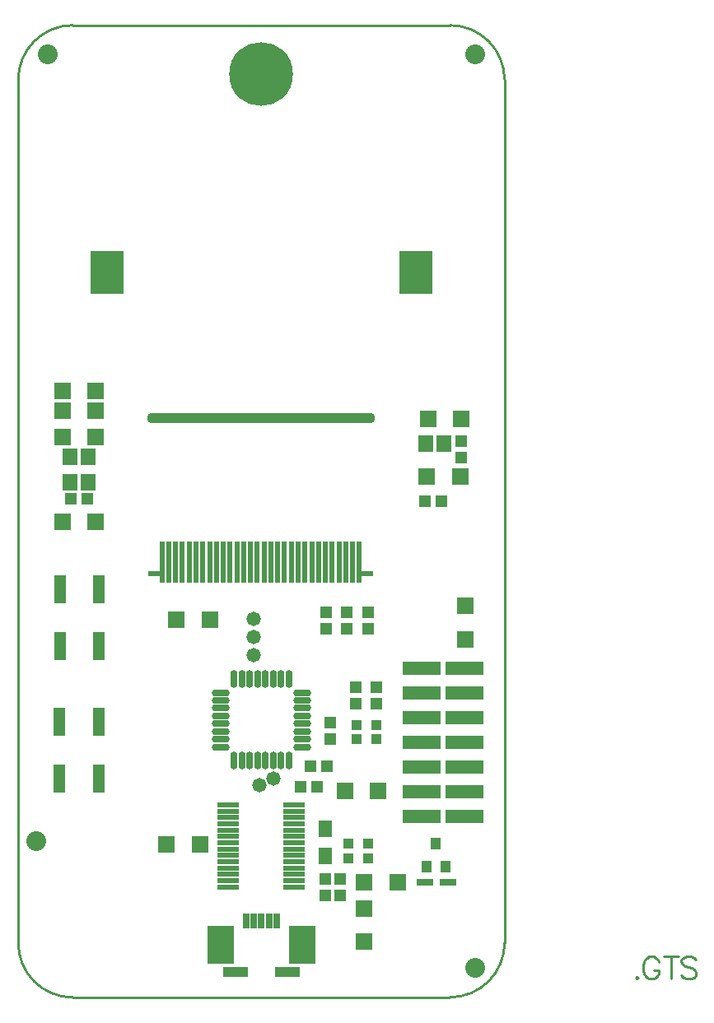
<source format=gts>
%FSLAX24Y24*%
%MOIN*%
G70*
G01*
G75*
G04 Layer_Color=8388736*
%ADD10R,0.0157X0.1575*%
%ADD11R,0.0600X0.0600*%
%ADD12C,0.0500*%
%ADD13R,0.0394X0.1102*%
%ADD14R,0.0600X0.0600*%
%ADD15R,0.1260X0.1654*%
%ADD16R,0.0433X0.0394*%
%ADD17R,0.0394X0.0433*%
%ADD18R,0.0500X0.0600*%
%ADD19R,0.0512X0.0591*%
%ADD20R,0.0315X0.0315*%
%ADD21R,0.0571X0.0217*%
%ADD22R,0.0197X0.0551*%
%ADD23R,0.0984X0.1496*%
%ADD24R,0.0925X0.0315*%
%ADD25R,0.1449X0.0500*%
%ADD26R,0.1449X0.0500*%
%ADD27R,0.0354X0.0374*%
%ADD28O,0.0217X0.0650*%
%ADD29O,0.0650X0.0217*%
%ADD30R,0.0807X0.0157*%
%ADD31C,0.0400*%
%ADD32C,0.0100*%
%ADD33C,0.0160*%
%ADD34C,0.0140*%
%ADD35C,0.0200*%
%ADD36C,0.0080*%
%ADD37C,0.0120*%
%ADD38C,0.0500*%
%ADD39C,0.0180*%
%ADD40C,0.0150*%
%ADD41C,0.0090*%
%ADD42R,0.0453X0.0157*%
G04:AMPARAMS|DCode=43|XSize=910mil|YSize=30mil|CornerRadius=7.5mil|HoleSize=0mil|Usage=FLASHONLY|Rotation=0.000|XOffset=0mil|YOffset=0mil|HoleType=Round|Shape=RoundedRectangle|*
%AMROUNDEDRECTD43*
21,1,0.9100,0.0150,0,0,0.0*
21,1,0.8950,0.0300,0,0,0.0*
1,1,0.0150,0.4475,-0.0075*
1,1,0.0150,-0.4475,-0.0075*
1,1,0.0150,-0.4475,0.0075*
1,1,0.0150,0.4475,0.0075*
%
%ADD43ROUNDEDRECTD43*%
%ADD44C,0.2500*%
%ADD45R,0.0236X0.1654*%
%ADD46R,0.0492X0.0236*%
%ADD47R,0.0236X0.1654*%
%ADD48R,0.0237X0.1655*%
%ADD49R,0.0680X0.0680*%
%ADD50C,0.0580*%
%ADD51R,0.0474X0.1182*%
%ADD52R,0.0680X0.0680*%
%ADD53R,0.1340X0.1734*%
%ADD54R,0.0513X0.0474*%
%ADD55R,0.0474X0.0513*%
%ADD56R,0.0580X0.0680*%
%ADD57R,0.0592X0.0671*%
%ADD58R,0.0395X0.0395*%
%ADD59R,0.0651X0.0297*%
%ADD60R,0.0277X0.0631*%
%ADD61R,0.1064X0.1576*%
%ADD62R,0.1005X0.0395*%
%ADD63R,0.1529X0.0580*%
%ADD64R,0.1529X0.0580*%
%ADD65R,0.0434X0.0454*%
%ADD66O,0.0297X0.0730*%
%ADD67O,0.0730X0.0297*%
%ADD68R,0.0887X0.0237*%
%ADD69C,0.0800*%
G04:AMPARAMS|DCode=70|XSize=918mil|YSize=38mil|CornerRadius=11.5mil|HoleSize=0mil|Usage=FLASHONLY|Rotation=0.000|XOffset=0mil|YOffset=0mil|HoleType=Round|Shape=RoundedRectangle|*
%AMROUNDEDRECTD70*
21,1,0.9180,0.0150,0,0,0.0*
21,1,0.8950,0.0380,0,0,0.0*
1,1,0.0230,0.4475,-0.0075*
1,1,0.0230,-0.4475,-0.0075*
1,1,0.0230,-0.4475,0.0075*
1,1,0.0230,0.4475,0.0075*
%
%ADD70ROUNDEDRECTD70*%
%ADD71C,0.2580*%
D32*
X-0Y2202D02*
G03*
X2204Y-2I2205J0D01*
G01*
X17480Y3D02*
G03*
X19685Y2208I-0J2205D01*
G01*
Y37165D02*
G03*
X17480Y39370I-2205J-0D01*
G01*
X2205Y39370D02*
G03*
X0Y37165I0J-2205D01*
G01*
X19685Y2208D02*
Y37165D01*
X0Y2202D02*
Y37165D01*
X2205Y39370D02*
X17480D01*
X2202Y0D02*
X17477D01*
D41*
X25043Y835D02*
X25000Y792D01*
X25043Y749D01*
X25086Y792D01*
X25043Y835D01*
X25926Y1435D02*
X25883Y1520D01*
X25797Y1606D01*
X25712Y1649D01*
X25540D01*
X25455Y1606D01*
X25369Y1520D01*
X25326Y1435D01*
X25283Y1306D01*
Y1092D01*
X25326Y963D01*
X25369Y878D01*
X25455Y792D01*
X25540Y749D01*
X25712D01*
X25797Y792D01*
X25883Y878D01*
X25926Y963D01*
Y1092D01*
X25712D02*
X25926D01*
X26432Y1649D02*
Y749D01*
X26132Y1649D02*
X26731D01*
X27438Y1520D02*
X27353Y1606D01*
X27224Y1649D01*
X27053D01*
X26924Y1606D01*
X26839Y1520D01*
Y1435D01*
X26881Y1349D01*
X26924Y1306D01*
X27010Y1263D01*
X27267Y1178D01*
X27353Y1135D01*
X27396Y1092D01*
X27438Y1006D01*
Y878D01*
X27353Y792D01*
X27224Y749D01*
X27053D01*
X26924Y792D01*
X26839Y878D01*
D45*
X5817Y17628D02*
D03*
D46*
X5492Y17156D02*
D03*
X14134D02*
D03*
D47*
X13809Y17628D02*
D03*
D48*
X13533D02*
D03*
X13258D02*
D03*
X12982D02*
D03*
X12707D02*
D03*
X12431D02*
D03*
X12156D02*
D03*
X11880D02*
D03*
X11604D02*
D03*
X11329D02*
D03*
X11053D02*
D03*
X10778D02*
D03*
X10502D02*
D03*
X10226D02*
D03*
X9951D02*
D03*
X9675D02*
D03*
X9400D02*
D03*
X9124D02*
D03*
X8848D02*
D03*
X8573D02*
D03*
X8297D02*
D03*
X8022D02*
D03*
X7746D02*
D03*
X7470D02*
D03*
X7195D02*
D03*
X6919D02*
D03*
X6644D02*
D03*
X6368D02*
D03*
X6093D02*
D03*
D49*
X13223Y8366D02*
D03*
X14573D02*
D03*
X14000Y4665D02*
D03*
X15350D02*
D03*
X17893Y21100D02*
D03*
X16543D02*
D03*
X6402Y15295D02*
D03*
X7752D02*
D03*
X7348Y6191D02*
D03*
X5998D02*
D03*
X16587Y23425D02*
D03*
X17937D02*
D03*
X1792Y24558D02*
D03*
X3142D02*
D03*
Y23761D02*
D03*
X1792D02*
D03*
Y22688D02*
D03*
X3142D02*
D03*
X1792Y19263D02*
D03*
X3142D02*
D03*
D50*
X10315Y8858D02*
D03*
X9754Y8583D02*
D03*
X9530Y15325D02*
D03*
Y14587D02*
D03*
Y13868D02*
D03*
D51*
X3257Y16524D02*
D03*
X1682D02*
D03*
Y14240D02*
D03*
X3257Y14240D02*
D03*
X3247Y11150D02*
D03*
X1673D02*
D03*
Y8866D02*
D03*
X3247Y8866D02*
D03*
D52*
X14006Y2248D02*
D03*
Y3598D02*
D03*
X18081Y15852D02*
D03*
Y14502D02*
D03*
D53*
X3588Y29350D02*
D03*
X16107D02*
D03*
D54*
X17129Y20106D02*
D03*
X16460Y20106D02*
D03*
X2132Y20178D02*
D03*
X2801D02*
D03*
X12087Y8533D02*
D03*
X11417D02*
D03*
X12490Y9370D02*
D03*
X11821D02*
D03*
D55*
X14173Y14921D02*
D03*
Y15591D02*
D03*
X13297Y15581D02*
D03*
Y14911D02*
D03*
X12451Y14911D02*
D03*
Y15581D02*
D03*
X12431Y4783D02*
D03*
Y4114D02*
D03*
X12638Y10453D02*
D03*
Y11122D02*
D03*
X17917Y22518D02*
D03*
Y21848D02*
D03*
X13032Y4783D02*
D03*
Y4114D02*
D03*
X14498Y12559D02*
D03*
Y11890D02*
D03*
X13671Y12569D02*
D03*
Y11900D02*
D03*
D56*
X12421Y6839D02*
D03*
Y5739D02*
D03*
D57*
X16490Y22439D02*
D03*
X17238D02*
D03*
X2841Y21890D02*
D03*
X2093D02*
D03*
Y20857D02*
D03*
X2841D02*
D03*
D58*
X13346Y6211D02*
D03*
Y5620D02*
D03*
X14163Y6211D02*
D03*
Y5620D02*
D03*
X14508Y10453D02*
D03*
Y11043D02*
D03*
X13681Y10453D02*
D03*
Y11043D02*
D03*
D59*
X17402Y4656D02*
D03*
X16476Y4656D02*
D03*
D60*
X9213Y3081D02*
D03*
X9528D02*
D03*
X9843D02*
D03*
X10157D02*
D03*
X10472D02*
D03*
D61*
X8189Y2136D02*
D03*
X11496D02*
D03*
D62*
X10896Y1033D02*
D03*
X8789D02*
D03*
D63*
X16319Y13337D02*
D03*
Y12337D02*
D03*
Y11337D02*
D03*
Y8337D02*
D03*
Y9337D02*
D03*
Y10337D02*
D03*
Y7337D02*
D03*
D64*
X18059Y11337D02*
D03*
Y12337D02*
D03*
Y13337D02*
D03*
Y10337D02*
D03*
Y9337D02*
D03*
Y8337D02*
D03*
Y7337D02*
D03*
D65*
X16535Y5305D02*
D03*
X17283Y5305D02*
D03*
X16909Y6230D02*
D03*
D66*
X9685Y9587D02*
D03*
X10945Y12894D02*
D03*
X10630D02*
D03*
X10315D02*
D03*
X10000D02*
D03*
X9685D02*
D03*
X9370D02*
D03*
X9055D02*
D03*
X8740D02*
D03*
Y9587D02*
D03*
X9055D02*
D03*
X9370D02*
D03*
X10000D02*
D03*
X10315D02*
D03*
X10630D02*
D03*
X10945D02*
D03*
D67*
X8189Y12343D02*
D03*
Y12028D02*
D03*
Y11713D02*
D03*
Y11398D02*
D03*
Y11083D02*
D03*
Y10768D02*
D03*
Y10453D02*
D03*
Y10138D02*
D03*
X11496D02*
D03*
Y10453D02*
D03*
Y10768D02*
D03*
Y11083D02*
D03*
Y11398D02*
D03*
Y11713D02*
D03*
Y12028D02*
D03*
Y12343D02*
D03*
D68*
X11171Y4469D02*
D03*
X11171Y4724D02*
D03*
X11171Y4980D02*
D03*
X11171Y5236D02*
D03*
X11171Y5492D02*
D03*
Y5748D02*
D03*
Y6004D02*
D03*
Y6260D02*
D03*
Y6516D02*
D03*
Y6772D02*
D03*
X11171Y7028D02*
D03*
X11171Y7283D02*
D03*
X11171Y7539D02*
D03*
X11171Y7795D02*
D03*
X8494Y4469D02*
D03*
Y4724D02*
D03*
Y4980D02*
D03*
Y5236D02*
D03*
Y5492D02*
D03*
Y5748D02*
D03*
Y6004D02*
D03*
Y6260D02*
D03*
Y6516D02*
D03*
Y6772D02*
D03*
Y7028D02*
D03*
Y7283D02*
D03*
Y7539D02*
D03*
Y7795D02*
D03*
D69*
X1181Y38189D02*
D03*
X18504Y1181D02*
D03*
X730Y6330D02*
D03*
X18504Y38189D02*
D03*
D70*
X9843Y23450D02*
D03*
D71*
Y37402D02*
D03*
M02*

</source>
